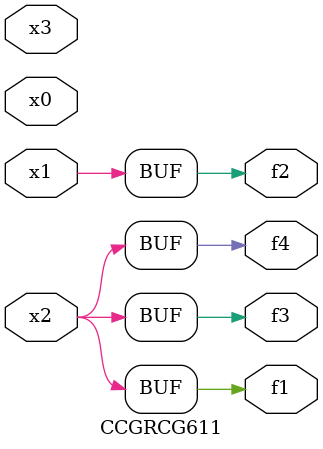
<source format=v>
module CCGRCG611(
	input x0, x1, x2, x3,
	output f1, f2, f3, f4
);
	assign f1 = x2;
	assign f2 = x1;
	assign f3 = x2;
	assign f4 = x2;
endmodule

</source>
